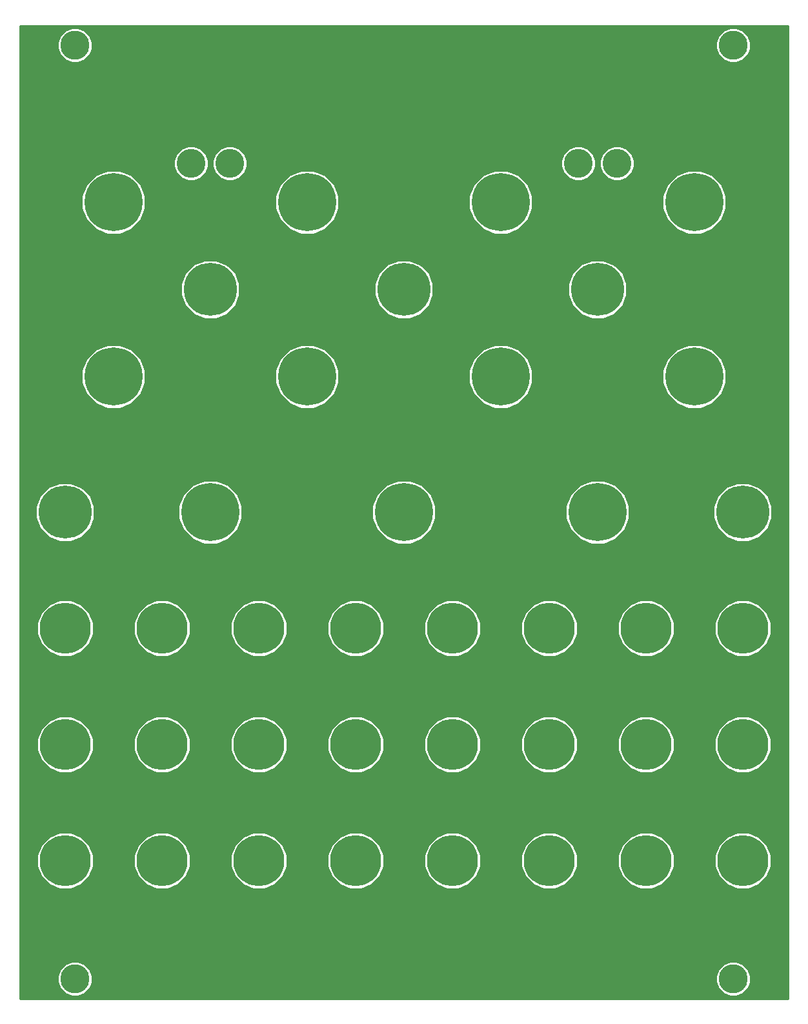
<source format=gbr>
G04 #@! TF.FileFunction,Copper,L2,Bot,Signal*
%FSLAX46Y46*%
G04 Gerber Fmt 4.6, Leading zero omitted, Abs format (unit mm)*
G04 Created by KiCad (PCBNEW 4.0.1-stable) date 10/15/2018 9:36:44 PM*
%MOMM*%
G01*
G04 APERTURE LIST*
%ADD10C,0.100000*%
%ADD11C,3.775000*%
%ADD12C,6.950000*%
%ADD13C,7.612000*%
%ADD14C,3.810000*%
%ADD15C,6.696000*%
%ADD16C,0.254000*%
G04 APERTURE END LIST*
D10*
D11*
X134620000Y-92710000D03*
X129540000Y-92710000D03*
X83820000Y-92710000D03*
D12*
X81280000Y-109220000D03*
X106680000Y-109220000D03*
X132080000Y-109220000D03*
X151130000Y-138430000D03*
D13*
X132080000Y-138430000D03*
X144780000Y-120650000D03*
X119380000Y-120650000D03*
X93980000Y-120650000D03*
X68580000Y-120650000D03*
X144780000Y-97790000D03*
X119380000Y-97790000D03*
X93980000Y-97790000D03*
X68580000Y-97790000D03*
X81280000Y-138430000D03*
D14*
X63500000Y-199644000D03*
X149860000Y-199644000D03*
X149860000Y-77216000D03*
D15*
X151130000Y-184150000D03*
X138430000Y-184150000D03*
X125730000Y-184150000D03*
X113030000Y-184150000D03*
X100330000Y-184150000D03*
X87630000Y-184150000D03*
X74930000Y-184150000D03*
X62230000Y-184150000D03*
X151130000Y-168910000D03*
X138430000Y-168910000D03*
X125730000Y-168910000D03*
X113030000Y-168910000D03*
X100330000Y-168910000D03*
X87630000Y-168910000D03*
X74930000Y-168910000D03*
X62230000Y-168910000D03*
X151130000Y-153670000D03*
X138430000Y-153670000D03*
X125730000Y-153670000D03*
X113030000Y-153670000D03*
X100330000Y-153670000D03*
X87630000Y-153670000D03*
X74930000Y-153670000D03*
X62230000Y-153670000D03*
D14*
X63500000Y-77216000D03*
D13*
X106680000Y-138430000D03*
D12*
X62230000Y-138430000D03*
D11*
X78740000Y-92710000D03*
D16*
G36*
X157024000Y-202236000D02*
X56336000Y-202236000D01*
X56336000Y-200096719D01*
X61213604Y-200096719D01*
X61560894Y-200937223D01*
X62203395Y-201580846D01*
X63043292Y-201929602D01*
X63952719Y-201930396D01*
X64793223Y-201583106D01*
X65436846Y-200940605D01*
X65785602Y-200100708D01*
X65785605Y-200096719D01*
X147573604Y-200096719D01*
X147920894Y-200937223D01*
X148563395Y-201580846D01*
X149403292Y-201929602D01*
X150312719Y-201930396D01*
X151153223Y-201583106D01*
X151796846Y-200940605D01*
X152145602Y-200100708D01*
X152146396Y-199191281D01*
X151799106Y-198350777D01*
X151156605Y-197707154D01*
X150316708Y-197358398D01*
X149407281Y-197357604D01*
X148566777Y-197704894D01*
X147923154Y-198347395D01*
X147574398Y-199187292D01*
X147573604Y-200096719D01*
X65785605Y-200096719D01*
X65786396Y-199191281D01*
X65439106Y-198350777D01*
X64796605Y-197707154D01*
X63956708Y-197358398D01*
X63047281Y-197357604D01*
X62206777Y-197704894D01*
X61563154Y-198347395D01*
X61214398Y-199187292D01*
X61213604Y-200096719D01*
X56336000Y-200096719D01*
X56336000Y-184888490D01*
X58500355Y-184888490D01*
X59066865Y-186259549D01*
X60114933Y-187309449D01*
X61485002Y-187878351D01*
X62968490Y-187879645D01*
X64339549Y-187313135D01*
X65389449Y-186265067D01*
X65958351Y-184894998D01*
X65958356Y-184888490D01*
X71200355Y-184888490D01*
X71766865Y-186259549D01*
X72814933Y-187309449D01*
X74185002Y-187878351D01*
X75668490Y-187879645D01*
X77039549Y-187313135D01*
X78089449Y-186265067D01*
X78658351Y-184894998D01*
X78658356Y-184888490D01*
X83900355Y-184888490D01*
X84466865Y-186259549D01*
X85514933Y-187309449D01*
X86885002Y-187878351D01*
X88368490Y-187879645D01*
X89739549Y-187313135D01*
X90789449Y-186265067D01*
X91358351Y-184894998D01*
X91358356Y-184888490D01*
X96600355Y-184888490D01*
X97166865Y-186259549D01*
X98214933Y-187309449D01*
X99585002Y-187878351D01*
X101068490Y-187879645D01*
X102439549Y-187313135D01*
X103489449Y-186265067D01*
X104058351Y-184894998D01*
X104058356Y-184888490D01*
X109300355Y-184888490D01*
X109866865Y-186259549D01*
X110914933Y-187309449D01*
X112285002Y-187878351D01*
X113768490Y-187879645D01*
X115139549Y-187313135D01*
X116189449Y-186265067D01*
X116758351Y-184894998D01*
X116758356Y-184888490D01*
X122000355Y-184888490D01*
X122566865Y-186259549D01*
X123614933Y-187309449D01*
X124985002Y-187878351D01*
X126468490Y-187879645D01*
X127839549Y-187313135D01*
X128889449Y-186265067D01*
X129458351Y-184894998D01*
X129458356Y-184888490D01*
X134700355Y-184888490D01*
X135266865Y-186259549D01*
X136314933Y-187309449D01*
X137685002Y-187878351D01*
X139168490Y-187879645D01*
X140539549Y-187313135D01*
X141589449Y-186265067D01*
X142158351Y-184894998D01*
X142158356Y-184888490D01*
X147400355Y-184888490D01*
X147966865Y-186259549D01*
X149014933Y-187309449D01*
X150385002Y-187878351D01*
X151868490Y-187879645D01*
X153239549Y-187313135D01*
X154289449Y-186265067D01*
X154858351Y-184894998D01*
X154859645Y-183411510D01*
X154293135Y-182040451D01*
X153245067Y-180990551D01*
X151874998Y-180421649D01*
X150391510Y-180420355D01*
X149020451Y-180986865D01*
X147970551Y-182034933D01*
X147401649Y-183405002D01*
X147400355Y-184888490D01*
X142158356Y-184888490D01*
X142159645Y-183411510D01*
X141593135Y-182040451D01*
X140545067Y-180990551D01*
X139174998Y-180421649D01*
X137691510Y-180420355D01*
X136320451Y-180986865D01*
X135270551Y-182034933D01*
X134701649Y-183405002D01*
X134700355Y-184888490D01*
X129458356Y-184888490D01*
X129459645Y-183411510D01*
X128893135Y-182040451D01*
X127845067Y-180990551D01*
X126474998Y-180421649D01*
X124991510Y-180420355D01*
X123620451Y-180986865D01*
X122570551Y-182034933D01*
X122001649Y-183405002D01*
X122000355Y-184888490D01*
X116758356Y-184888490D01*
X116759645Y-183411510D01*
X116193135Y-182040451D01*
X115145067Y-180990551D01*
X113774998Y-180421649D01*
X112291510Y-180420355D01*
X110920451Y-180986865D01*
X109870551Y-182034933D01*
X109301649Y-183405002D01*
X109300355Y-184888490D01*
X104058356Y-184888490D01*
X104059645Y-183411510D01*
X103493135Y-182040451D01*
X102445067Y-180990551D01*
X101074998Y-180421649D01*
X99591510Y-180420355D01*
X98220451Y-180986865D01*
X97170551Y-182034933D01*
X96601649Y-183405002D01*
X96600355Y-184888490D01*
X91358356Y-184888490D01*
X91359645Y-183411510D01*
X90793135Y-182040451D01*
X89745067Y-180990551D01*
X88374998Y-180421649D01*
X86891510Y-180420355D01*
X85520451Y-180986865D01*
X84470551Y-182034933D01*
X83901649Y-183405002D01*
X83900355Y-184888490D01*
X78658356Y-184888490D01*
X78659645Y-183411510D01*
X78093135Y-182040451D01*
X77045067Y-180990551D01*
X75674998Y-180421649D01*
X74191510Y-180420355D01*
X72820451Y-180986865D01*
X71770551Y-182034933D01*
X71201649Y-183405002D01*
X71200355Y-184888490D01*
X65958356Y-184888490D01*
X65959645Y-183411510D01*
X65393135Y-182040451D01*
X64345067Y-180990551D01*
X62974998Y-180421649D01*
X61491510Y-180420355D01*
X60120451Y-180986865D01*
X59070551Y-182034933D01*
X58501649Y-183405002D01*
X58500355Y-184888490D01*
X56336000Y-184888490D01*
X56336000Y-169648490D01*
X58500355Y-169648490D01*
X59066865Y-171019549D01*
X60114933Y-172069449D01*
X61485002Y-172638351D01*
X62968490Y-172639645D01*
X64339549Y-172073135D01*
X65389449Y-171025067D01*
X65958351Y-169654998D01*
X65958356Y-169648490D01*
X71200355Y-169648490D01*
X71766865Y-171019549D01*
X72814933Y-172069449D01*
X74185002Y-172638351D01*
X75668490Y-172639645D01*
X77039549Y-172073135D01*
X78089449Y-171025067D01*
X78658351Y-169654998D01*
X78658356Y-169648490D01*
X83900355Y-169648490D01*
X84466865Y-171019549D01*
X85514933Y-172069449D01*
X86885002Y-172638351D01*
X88368490Y-172639645D01*
X89739549Y-172073135D01*
X90789449Y-171025067D01*
X91358351Y-169654998D01*
X91358356Y-169648490D01*
X96600355Y-169648490D01*
X97166865Y-171019549D01*
X98214933Y-172069449D01*
X99585002Y-172638351D01*
X101068490Y-172639645D01*
X102439549Y-172073135D01*
X103489449Y-171025067D01*
X104058351Y-169654998D01*
X104058356Y-169648490D01*
X109300355Y-169648490D01*
X109866865Y-171019549D01*
X110914933Y-172069449D01*
X112285002Y-172638351D01*
X113768490Y-172639645D01*
X115139549Y-172073135D01*
X116189449Y-171025067D01*
X116758351Y-169654998D01*
X116758356Y-169648490D01*
X122000355Y-169648490D01*
X122566865Y-171019549D01*
X123614933Y-172069449D01*
X124985002Y-172638351D01*
X126468490Y-172639645D01*
X127839549Y-172073135D01*
X128889449Y-171025067D01*
X129458351Y-169654998D01*
X129458356Y-169648490D01*
X134700355Y-169648490D01*
X135266865Y-171019549D01*
X136314933Y-172069449D01*
X137685002Y-172638351D01*
X139168490Y-172639645D01*
X140539549Y-172073135D01*
X141589449Y-171025067D01*
X142158351Y-169654998D01*
X142158356Y-169648490D01*
X147400355Y-169648490D01*
X147966865Y-171019549D01*
X149014933Y-172069449D01*
X150385002Y-172638351D01*
X151868490Y-172639645D01*
X153239549Y-172073135D01*
X154289449Y-171025067D01*
X154858351Y-169654998D01*
X154859645Y-168171510D01*
X154293135Y-166800451D01*
X153245067Y-165750551D01*
X151874998Y-165181649D01*
X150391510Y-165180355D01*
X149020451Y-165746865D01*
X147970551Y-166794933D01*
X147401649Y-168165002D01*
X147400355Y-169648490D01*
X142158356Y-169648490D01*
X142159645Y-168171510D01*
X141593135Y-166800451D01*
X140545067Y-165750551D01*
X139174998Y-165181649D01*
X137691510Y-165180355D01*
X136320451Y-165746865D01*
X135270551Y-166794933D01*
X134701649Y-168165002D01*
X134700355Y-169648490D01*
X129458356Y-169648490D01*
X129459645Y-168171510D01*
X128893135Y-166800451D01*
X127845067Y-165750551D01*
X126474998Y-165181649D01*
X124991510Y-165180355D01*
X123620451Y-165746865D01*
X122570551Y-166794933D01*
X122001649Y-168165002D01*
X122000355Y-169648490D01*
X116758356Y-169648490D01*
X116759645Y-168171510D01*
X116193135Y-166800451D01*
X115145067Y-165750551D01*
X113774998Y-165181649D01*
X112291510Y-165180355D01*
X110920451Y-165746865D01*
X109870551Y-166794933D01*
X109301649Y-168165002D01*
X109300355Y-169648490D01*
X104058356Y-169648490D01*
X104059645Y-168171510D01*
X103493135Y-166800451D01*
X102445067Y-165750551D01*
X101074998Y-165181649D01*
X99591510Y-165180355D01*
X98220451Y-165746865D01*
X97170551Y-166794933D01*
X96601649Y-168165002D01*
X96600355Y-169648490D01*
X91358356Y-169648490D01*
X91359645Y-168171510D01*
X90793135Y-166800451D01*
X89745067Y-165750551D01*
X88374998Y-165181649D01*
X86891510Y-165180355D01*
X85520451Y-165746865D01*
X84470551Y-166794933D01*
X83901649Y-168165002D01*
X83900355Y-169648490D01*
X78658356Y-169648490D01*
X78659645Y-168171510D01*
X78093135Y-166800451D01*
X77045067Y-165750551D01*
X75674998Y-165181649D01*
X74191510Y-165180355D01*
X72820451Y-165746865D01*
X71770551Y-166794933D01*
X71201649Y-168165002D01*
X71200355Y-169648490D01*
X65958356Y-169648490D01*
X65959645Y-168171510D01*
X65393135Y-166800451D01*
X64345067Y-165750551D01*
X62974998Y-165181649D01*
X61491510Y-165180355D01*
X60120451Y-165746865D01*
X59070551Y-166794933D01*
X58501649Y-168165002D01*
X58500355Y-169648490D01*
X56336000Y-169648490D01*
X56336000Y-154408490D01*
X58500355Y-154408490D01*
X59066865Y-155779549D01*
X60114933Y-156829449D01*
X61485002Y-157398351D01*
X62968490Y-157399645D01*
X64339549Y-156833135D01*
X65389449Y-155785067D01*
X65958351Y-154414998D01*
X65958356Y-154408490D01*
X71200355Y-154408490D01*
X71766865Y-155779549D01*
X72814933Y-156829449D01*
X74185002Y-157398351D01*
X75668490Y-157399645D01*
X77039549Y-156833135D01*
X78089449Y-155785067D01*
X78658351Y-154414998D01*
X78658356Y-154408490D01*
X83900355Y-154408490D01*
X84466865Y-155779549D01*
X85514933Y-156829449D01*
X86885002Y-157398351D01*
X88368490Y-157399645D01*
X89739549Y-156833135D01*
X90789449Y-155785067D01*
X91358351Y-154414998D01*
X91358356Y-154408490D01*
X96600355Y-154408490D01*
X97166865Y-155779549D01*
X98214933Y-156829449D01*
X99585002Y-157398351D01*
X101068490Y-157399645D01*
X102439549Y-156833135D01*
X103489449Y-155785067D01*
X104058351Y-154414998D01*
X104058356Y-154408490D01*
X109300355Y-154408490D01*
X109866865Y-155779549D01*
X110914933Y-156829449D01*
X112285002Y-157398351D01*
X113768490Y-157399645D01*
X115139549Y-156833135D01*
X116189449Y-155785067D01*
X116758351Y-154414998D01*
X116758356Y-154408490D01*
X122000355Y-154408490D01*
X122566865Y-155779549D01*
X123614933Y-156829449D01*
X124985002Y-157398351D01*
X126468490Y-157399645D01*
X127839549Y-156833135D01*
X128889449Y-155785067D01*
X129458351Y-154414998D01*
X129458356Y-154408490D01*
X134700355Y-154408490D01*
X135266865Y-155779549D01*
X136314933Y-156829449D01*
X137685002Y-157398351D01*
X139168490Y-157399645D01*
X140539549Y-156833135D01*
X141589449Y-155785067D01*
X142158351Y-154414998D01*
X142158356Y-154408490D01*
X147400355Y-154408490D01*
X147966865Y-155779549D01*
X149014933Y-156829449D01*
X150385002Y-157398351D01*
X151868490Y-157399645D01*
X153239549Y-156833135D01*
X154289449Y-155785067D01*
X154858351Y-154414998D01*
X154859645Y-152931510D01*
X154293135Y-151560451D01*
X153245067Y-150510551D01*
X151874998Y-149941649D01*
X150391510Y-149940355D01*
X149020451Y-150506865D01*
X147970551Y-151554933D01*
X147401649Y-152925002D01*
X147400355Y-154408490D01*
X142158356Y-154408490D01*
X142159645Y-152931510D01*
X141593135Y-151560451D01*
X140545067Y-150510551D01*
X139174998Y-149941649D01*
X137691510Y-149940355D01*
X136320451Y-150506865D01*
X135270551Y-151554933D01*
X134701649Y-152925002D01*
X134700355Y-154408490D01*
X129458356Y-154408490D01*
X129459645Y-152931510D01*
X128893135Y-151560451D01*
X127845067Y-150510551D01*
X126474998Y-149941649D01*
X124991510Y-149940355D01*
X123620451Y-150506865D01*
X122570551Y-151554933D01*
X122001649Y-152925002D01*
X122000355Y-154408490D01*
X116758356Y-154408490D01*
X116759645Y-152931510D01*
X116193135Y-151560451D01*
X115145067Y-150510551D01*
X113774998Y-149941649D01*
X112291510Y-149940355D01*
X110920451Y-150506865D01*
X109870551Y-151554933D01*
X109301649Y-152925002D01*
X109300355Y-154408490D01*
X104058356Y-154408490D01*
X104059645Y-152931510D01*
X103493135Y-151560451D01*
X102445067Y-150510551D01*
X101074998Y-149941649D01*
X99591510Y-149940355D01*
X98220451Y-150506865D01*
X97170551Y-151554933D01*
X96601649Y-152925002D01*
X96600355Y-154408490D01*
X91358356Y-154408490D01*
X91359645Y-152931510D01*
X90793135Y-151560451D01*
X89745067Y-150510551D01*
X88374998Y-149941649D01*
X86891510Y-149940355D01*
X85520451Y-150506865D01*
X84470551Y-151554933D01*
X83901649Y-152925002D01*
X83900355Y-154408490D01*
X78658356Y-154408490D01*
X78659645Y-152931510D01*
X78093135Y-151560451D01*
X77045067Y-150510551D01*
X75674998Y-149941649D01*
X74191510Y-149940355D01*
X72820451Y-150506865D01*
X71770551Y-151554933D01*
X71201649Y-152925002D01*
X71200355Y-154408490D01*
X65958356Y-154408490D01*
X65959645Y-152931510D01*
X65393135Y-151560451D01*
X64345067Y-150510551D01*
X62974998Y-149941649D01*
X61491510Y-149940355D01*
X60120451Y-150506865D01*
X59070551Y-151554933D01*
X58501649Y-152925002D01*
X58500355Y-154408490D01*
X56336000Y-154408490D01*
X56336000Y-139193641D01*
X58373332Y-139193641D01*
X58959136Y-140611395D01*
X60042899Y-141697052D01*
X61459629Y-142285330D01*
X62993641Y-142286668D01*
X64411395Y-141700864D01*
X65497052Y-140617101D01*
X66060905Y-139259192D01*
X77092275Y-139259192D01*
X77728365Y-140798646D01*
X78905158Y-141977496D01*
X80443500Y-142616271D01*
X82109192Y-142617725D01*
X83648646Y-141981635D01*
X84827496Y-140804842D01*
X85466271Y-139266500D01*
X85466277Y-139259192D01*
X102492275Y-139259192D01*
X103128365Y-140798646D01*
X104305158Y-141977496D01*
X105843500Y-142616271D01*
X107509192Y-142617725D01*
X109048646Y-141981635D01*
X110227496Y-140804842D01*
X110866271Y-139266500D01*
X110866277Y-139259192D01*
X127892275Y-139259192D01*
X128528365Y-140798646D01*
X129705158Y-141977496D01*
X131243500Y-142616271D01*
X132909192Y-142617725D01*
X134448646Y-141981635D01*
X135627496Y-140804842D01*
X136266271Y-139266500D01*
X136266334Y-139193641D01*
X147273332Y-139193641D01*
X147859136Y-140611395D01*
X148942899Y-141697052D01*
X150359629Y-142285330D01*
X151893641Y-142286668D01*
X153311395Y-141700864D01*
X154397052Y-140617101D01*
X154985330Y-139200371D01*
X154986668Y-137666359D01*
X154400864Y-136248605D01*
X153317101Y-135162948D01*
X151900371Y-134574670D01*
X150366359Y-134573332D01*
X148948605Y-135159136D01*
X147862948Y-136242899D01*
X147274670Y-137659629D01*
X147273332Y-139193641D01*
X136266334Y-139193641D01*
X136267725Y-137600808D01*
X135631635Y-136061354D01*
X134454842Y-134882504D01*
X132916500Y-134243729D01*
X131250808Y-134242275D01*
X129711354Y-134878365D01*
X128532504Y-136055158D01*
X127893729Y-137593500D01*
X127892275Y-139259192D01*
X110866277Y-139259192D01*
X110867725Y-137600808D01*
X110231635Y-136061354D01*
X109054842Y-134882504D01*
X107516500Y-134243729D01*
X105850808Y-134242275D01*
X104311354Y-134878365D01*
X103132504Y-136055158D01*
X102493729Y-137593500D01*
X102492275Y-139259192D01*
X85466277Y-139259192D01*
X85467725Y-137600808D01*
X84831635Y-136061354D01*
X83654842Y-134882504D01*
X82116500Y-134243729D01*
X80450808Y-134242275D01*
X78911354Y-134878365D01*
X77732504Y-136055158D01*
X77093729Y-137593500D01*
X77092275Y-139259192D01*
X66060905Y-139259192D01*
X66085330Y-139200371D01*
X66086668Y-137666359D01*
X65500864Y-136248605D01*
X64417101Y-135162948D01*
X63000371Y-134574670D01*
X61466359Y-134573332D01*
X60048605Y-135159136D01*
X58962948Y-136242899D01*
X58374670Y-137659629D01*
X58373332Y-139193641D01*
X56336000Y-139193641D01*
X56336000Y-121479192D01*
X64392275Y-121479192D01*
X65028365Y-123018646D01*
X66205158Y-124197496D01*
X67743500Y-124836271D01*
X69409192Y-124837725D01*
X70948646Y-124201635D01*
X72127496Y-123024842D01*
X72766271Y-121486500D01*
X72766277Y-121479192D01*
X89792275Y-121479192D01*
X90428365Y-123018646D01*
X91605158Y-124197496D01*
X93143500Y-124836271D01*
X94809192Y-124837725D01*
X96348646Y-124201635D01*
X97527496Y-123024842D01*
X98166271Y-121486500D01*
X98166277Y-121479192D01*
X115192275Y-121479192D01*
X115828365Y-123018646D01*
X117005158Y-124197496D01*
X118543500Y-124836271D01*
X120209192Y-124837725D01*
X121748646Y-124201635D01*
X122927496Y-123024842D01*
X123566271Y-121486500D01*
X123566277Y-121479192D01*
X140592275Y-121479192D01*
X141228365Y-123018646D01*
X142405158Y-124197496D01*
X143943500Y-124836271D01*
X145609192Y-124837725D01*
X147148646Y-124201635D01*
X148327496Y-123024842D01*
X148966271Y-121486500D01*
X148967725Y-119820808D01*
X148331635Y-118281354D01*
X147154842Y-117102504D01*
X145616500Y-116463729D01*
X143950808Y-116462275D01*
X142411354Y-117098365D01*
X141232504Y-118275158D01*
X140593729Y-119813500D01*
X140592275Y-121479192D01*
X123566277Y-121479192D01*
X123567725Y-119820808D01*
X122931635Y-118281354D01*
X121754842Y-117102504D01*
X120216500Y-116463729D01*
X118550808Y-116462275D01*
X117011354Y-117098365D01*
X115832504Y-118275158D01*
X115193729Y-119813500D01*
X115192275Y-121479192D01*
X98166277Y-121479192D01*
X98167725Y-119820808D01*
X97531635Y-118281354D01*
X96354842Y-117102504D01*
X94816500Y-116463729D01*
X93150808Y-116462275D01*
X91611354Y-117098365D01*
X90432504Y-118275158D01*
X89793729Y-119813500D01*
X89792275Y-121479192D01*
X72766277Y-121479192D01*
X72767725Y-119820808D01*
X72131635Y-118281354D01*
X70954842Y-117102504D01*
X69416500Y-116463729D01*
X67750808Y-116462275D01*
X66211354Y-117098365D01*
X65032504Y-118275158D01*
X64393729Y-119813500D01*
X64392275Y-121479192D01*
X56336000Y-121479192D01*
X56336000Y-109983641D01*
X77423332Y-109983641D01*
X78009136Y-111401395D01*
X79092899Y-112487052D01*
X80509629Y-113075330D01*
X82043641Y-113076668D01*
X83461395Y-112490864D01*
X84547052Y-111407101D01*
X85135330Y-109990371D01*
X85135335Y-109983641D01*
X102823332Y-109983641D01*
X103409136Y-111401395D01*
X104492899Y-112487052D01*
X105909629Y-113075330D01*
X107443641Y-113076668D01*
X108861395Y-112490864D01*
X109947052Y-111407101D01*
X110535330Y-109990371D01*
X110535335Y-109983641D01*
X128223332Y-109983641D01*
X128809136Y-111401395D01*
X129892899Y-112487052D01*
X131309629Y-113075330D01*
X132843641Y-113076668D01*
X134261395Y-112490864D01*
X135347052Y-111407101D01*
X135935330Y-109990371D01*
X135936668Y-108456359D01*
X135350864Y-107038605D01*
X134267101Y-105952948D01*
X132850371Y-105364670D01*
X131316359Y-105363332D01*
X129898605Y-105949136D01*
X128812948Y-107032899D01*
X128224670Y-108449629D01*
X128223332Y-109983641D01*
X110535335Y-109983641D01*
X110536668Y-108456359D01*
X109950864Y-107038605D01*
X108867101Y-105952948D01*
X107450371Y-105364670D01*
X105916359Y-105363332D01*
X104498605Y-105949136D01*
X103412948Y-107032899D01*
X102824670Y-108449629D01*
X102823332Y-109983641D01*
X85135335Y-109983641D01*
X85136668Y-108456359D01*
X84550864Y-107038605D01*
X83467101Y-105952948D01*
X82050371Y-105364670D01*
X80516359Y-105363332D01*
X79098605Y-105949136D01*
X78012948Y-107032899D01*
X77424670Y-108449629D01*
X77423332Y-109983641D01*
X56336000Y-109983641D01*
X56336000Y-98619192D01*
X64392275Y-98619192D01*
X65028365Y-100158646D01*
X66205158Y-101337496D01*
X67743500Y-101976271D01*
X69409192Y-101977725D01*
X70948646Y-101341635D01*
X72127496Y-100164842D01*
X72766271Y-98626500D01*
X72766277Y-98619192D01*
X89792275Y-98619192D01*
X90428365Y-100158646D01*
X91605158Y-101337496D01*
X93143500Y-101976271D01*
X94809192Y-101977725D01*
X96348646Y-101341635D01*
X97527496Y-100164842D01*
X98166271Y-98626500D01*
X98166277Y-98619192D01*
X115192275Y-98619192D01*
X115828365Y-100158646D01*
X117005158Y-101337496D01*
X118543500Y-101976271D01*
X120209192Y-101977725D01*
X121748646Y-101341635D01*
X122927496Y-100164842D01*
X123566271Y-98626500D01*
X123566277Y-98619192D01*
X140592275Y-98619192D01*
X141228365Y-100158646D01*
X142405158Y-101337496D01*
X143943500Y-101976271D01*
X145609192Y-101977725D01*
X147148646Y-101341635D01*
X148327496Y-100164842D01*
X148966271Y-98626500D01*
X148967725Y-96960808D01*
X148331635Y-95421354D01*
X147154842Y-94242504D01*
X145616500Y-93603729D01*
X143950808Y-93602275D01*
X142411354Y-94238365D01*
X141232504Y-95415158D01*
X140593729Y-96953500D01*
X140592275Y-98619192D01*
X123566277Y-98619192D01*
X123567725Y-96960808D01*
X122931635Y-95421354D01*
X121754842Y-94242504D01*
X120216500Y-93603729D01*
X118550808Y-93602275D01*
X117011354Y-94238365D01*
X115832504Y-95415158D01*
X115193729Y-96953500D01*
X115192275Y-98619192D01*
X98166277Y-98619192D01*
X98167725Y-96960808D01*
X97531635Y-95421354D01*
X96354842Y-94242504D01*
X94816500Y-93603729D01*
X93150808Y-93602275D01*
X91611354Y-94238365D01*
X90432504Y-95415158D01*
X89793729Y-96953500D01*
X89792275Y-98619192D01*
X72766277Y-98619192D01*
X72767725Y-96960808D01*
X72131635Y-95421354D01*
X70954842Y-94242504D01*
X69416500Y-93603729D01*
X67750808Y-93602275D01*
X66211354Y-94238365D01*
X65032504Y-95415158D01*
X64393729Y-96953500D01*
X64392275Y-98619192D01*
X56336000Y-98619192D01*
X56336000Y-93159253D01*
X76471107Y-93159253D01*
X76815738Y-93993324D01*
X77453320Y-94632020D01*
X78286788Y-94978106D01*
X79189253Y-94978893D01*
X80023324Y-94634262D01*
X80662020Y-93996680D01*
X81008106Y-93163212D01*
X81008109Y-93159253D01*
X81551107Y-93159253D01*
X81895738Y-93993324D01*
X82533320Y-94632020D01*
X83366788Y-94978106D01*
X84269253Y-94978893D01*
X85103324Y-94634262D01*
X85742020Y-93996680D01*
X86088106Y-93163212D01*
X86088109Y-93159253D01*
X127271107Y-93159253D01*
X127615738Y-93993324D01*
X128253320Y-94632020D01*
X129086788Y-94978106D01*
X129989253Y-94978893D01*
X130823324Y-94634262D01*
X131462020Y-93996680D01*
X131808106Y-93163212D01*
X131808109Y-93159253D01*
X132351107Y-93159253D01*
X132695738Y-93993324D01*
X133333320Y-94632020D01*
X134166788Y-94978106D01*
X135069253Y-94978893D01*
X135903324Y-94634262D01*
X136542020Y-93996680D01*
X136888106Y-93163212D01*
X136888893Y-92260747D01*
X136544262Y-91426676D01*
X135906680Y-90787980D01*
X135073212Y-90441894D01*
X134170747Y-90441107D01*
X133336676Y-90785738D01*
X132697980Y-91423320D01*
X132351894Y-92256788D01*
X132351107Y-93159253D01*
X131808109Y-93159253D01*
X131808893Y-92260747D01*
X131464262Y-91426676D01*
X130826680Y-90787980D01*
X129993212Y-90441894D01*
X129090747Y-90441107D01*
X128256676Y-90785738D01*
X127617980Y-91423320D01*
X127271894Y-92256788D01*
X127271107Y-93159253D01*
X86088109Y-93159253D01*
X86088893Y-92260747D01*
X85744262Y-91426676D01*
X85106680Y-90787980D01*
X84273212Y-90441894D01*
X83370747Y-90441107D01*
X82536676Y-90785738D01*
X81897980Y-91423320D01*
X81551894Y-92256788D01*
X81551107Y-93159253D01*
X81008109Y-93159253D01*
X81008893Y-92260747D01*
X80664262Y-91426676D01*
X80026680Y-90787980D01*
X79193212Y-90441894D01*
X78290747Y-90441107D01*
X77456676Y-90785738D01*
X76817980Y-91423320D01*
X76471894Y-92256788D01*
X76471107Y-93159253D01*
X56336000Y-93159253D01*
X56336000Y-77668719D01*
X61213604Y-77668719D01*
X61560894Y-78509223D01*
X62203395Y-79152846D01*
X63043292Y-79501602D01*
X63952719Y-79502396D01*
X64793223Y-79155106D01*
X65436846Y-78512605D01*
X65785602Y-77672708D01*
X65785605Y-77668719D01*
X147573604Y-77668719D01*
X147920894Y-78509223D01*
X148563395Y-79152846D01*
X149403292Y-79501602D01*
X150312719Y-79502396D01*
X151153223Y-79155106D01*
X151796846Y-78512605D01*
X152145602Y-77672708D01*
X152146396Y-76763281D01*
X151799106Y-75922777D01*
X151156605Y-75279154D01*
X150316708Y-74930398D01*
X149407281Y-74929604D01*
X148566777Y-75276894D01*
X147923154Y-75919395D01*
X147574398Y-76759292D01*
X147573604Y-77668719D01*
X65785605Y-77668719D01*
X65786396Y-76763281D01*
X65439106Y-75922777D01*
X64796605Y-75279154D01*
X63956708Y-74930398D01*
X63047281Y-74929604D01*
X62206777Y-75276894D01*
X61563154Y-75919395D01*
X61214398Y-76759292D01*
X61213604Y-77668719D01*
X56336000Y-77668719D01*
X56336000Y-74624000D01*
X157024000Y-74624000D01*
X157024000Y-202236000D01*
X157024000Y-202236000D01*
G37*
X157024000Y-202236000D02*
X56336000Y-202236000D01*
X56336000Y-200096719D01*
X61213604Y-200096719D01*
X61560894Y-200937223D01*
X62203395Y-201580846D01*
X63043292Y-201929602D01*
X63952719Y-201930396D01*
X64793223Y-201583106D01*
X65436846Y-200940605D01*
X65785602Y-200100708D01*
X65785605Y-200096719D01*
X147573604Y-200096719D01*
X147920894Y-200937223D01*
X148563395Y-201580846D01*
X149403292Y-201929602D01*
X150312719Y-201930396D01*
X151153223Y-201583106D01*
X151796846Y-200940605D01*
X152145602Y-200100708D01*
X152146396Y-199191281D01*
X151799106Y-198350777D01*
X151156605Y-197707154D01*
X150316708Y-197358398D01*
X149407281Y-197357604D01*
X148566777Y-197704894D01*
X147923154Y-198347395D01*
X147574398Y-199187292D01*
X147573604Y-200096719D01*
X65785605Y-200096719D01*
X65786396Y-199191281D01*
X65439106Y-198350777D01*
X64796605Y-197707154D01*
X63956708Y-197358398D01*
X63047281Y-197357604D01*
X62206777Y-197704894D01*
X61563154Y-198347395D01*
X61214398Y-199187292D01*
X61213604Y-200096719D01*
X56336000Y-200096719D01*
X56336000Y-184888490D01*
X58500355Y-184888490D01*
X59066865Y-186259549D01*
X60114933Y-187309449D01*
X61485002Y-187878351D01*
X62968490Y-187879645D01*
X64339549Y-187313135D01*
X65389449Y-186265067D01*
X65958351Y-184894998D01*
X65958356Y-184888490D01*
X71200355Y-184888490D01*
X71766865Y-186259549D01*
X72814933Y-187309449D01*
X74185002Y-187878351D01*
X75668490Y-187879645D01*
X77039549Y-187313135D01*
X78089449Y-186265067D01*
X78658351Y-184894998D01*
X78658356Y-184888490D01*
X83900355Y-184888490D01*
X84466865Y-186259549D01*
X85514933Y-187309449D01*
X86885002Y-187878351D01*
X88368490Y-187879645D01*
X89739549Y-187313135D01*
X90789449Y-186265067D01*
X91358351Y-184894998D01*
X91358356Y-184888490D01*
X96600355Y-184888490D01*
X97166865Y-186259549D01*
X98214933Y-187309449D01*
X99585002Y-187878351D01*
X101068490Y-187879645D01*
X102439549Y-187313135D01*
X103489449Y-186265067D01*
X104058351Y-184894998D01*
X104058356Y-184888490D01*
X109300355Y-184888490D01*
X109866865Y-186259549D01*
X110914933Y-187309449D01*
X112285002Y-187878351D01*
X113768490Y-187879645D01*
X115139549Y-187313135D01*
X116189449Y-186265067D01*
X116758351Y-184894998D01*
X116758356Y-184888490D01*
X122000355Y-184888490D01*
X122566865Y-186259549D01*
X123614933Y-187309449D01*
X124985002Y-187878351D01*
X126468490Y-187879645D01*
X127839549Y-187313135D01*
X128889449Y-186265067D01*
X129458351Y-184894998D01*
X129458356Y-184888490D01*
X134700355Y-184888490D01*
X135266865Y-186259549D01*
X136314933Y-187309449D01*
X137685002Y-187878351D01*
X139168490Y-187879645D01*
X140539549Y-187313135D01*
X141589449Y-186265067D01*
X142158351Y-184894998D01*
X142158356Y-184888490D01*
X147400355Y-184888490D01*
X147966865Y-186259549D01*
X149014933Y-187309449D01*
X150385002Y-187878351D01*
X151868490Y-187879645D01*
X153239549Y-187313135D01*
X154289449Y-186265067D01*
X154858351Y-184894998D01*
X154859645Y-183411510D01*
X154293135Y-182040451D01*
X153245067Y-180990551D01*
X151874998Y-180421649D01*
X150391510Y-180420355D01*
X149020451Y-180986865D01*
X147970551Y-182034933D01*
X147401649Y-183405002D01*
X147400355Y-184888490D01*
X142158356Y-184888490D01*
X142159645Y-183411510D01*
X141593135Y-182040451D01*
X140545067Y-180990551D01*
X139174998Y-180421649D01*
X137691510Y-180420355D01*
X136320451Y-180986865D01*
X135270551Y-182034933D01*
X134701649Y-183405002D01*
X134700355Y-184888490D01*
X129458356Y-184888490D01*
X129459645Y-183411510D01*
X128893135Y-182040451D01*
X127845067Y-180990551D01*
X126474998Y-180421649D01*
X124991510Y-180420355D01*
X123620451Y-180986865D01*
X122570551Y-182034933D01*
X122001649Y-183405002D01*
X122000355Y-184888490D01*
X116758356Y-184888490D01*
X116759645Y-183411510D01*
X116193135Y-182040451D01*
X115145067Y-180990551D01*
X113774998Y-180421649D01*
X112291510Y-180420355D01*
X110920451Y-180986865D01*
X109870551Y-182034933D01*
X109301649Y-183405002D01*
X109300355Y-184888490D01*
X104058356Y-184888490D01*
X104059645Y-183411510D01*
X103493135Y-182040451D01*
X102445067Y-180990551D01*
X101074998Y-180421649D01*
X99591510Y-180420355D01*
X98220451Y-180986865D01*
X97170551Y-182034933D01*
X96601649Y-183405002D01*
X96600355Y-184888490D01*
X91358356Y-184888490D01*
X91359645Y-183411510D01*
X90793135Y-182040451D01*
X89745067Y-180990551D01*
X88374998Y-180421649D01*
X86891510Y-180420355D01*
X85520451Y-180986865D01*
X84470551Y-182034933D01*
X83901649Y-183405002D01*
X83900355Y-184888490D01*
X78658356Y-184888490D01*
X78659645Y-183411510D01*
X78093135Y-182040451D01*
X77045067Y-180990551D01*
X75674998Y-180421649D01*
X74191510Y-180420355D01*
X72820451Y-180986865D01*
X71770551Y-182034933D01*
X71201649Y-183405002D01*
X71200355Y-184888490D01*
X65958356Y-184888490D01*
X65959645Y-183411510D01*
X65393135Y-182040451D01*
X64345067Y-180990551D01*
X62974998Y-180421649D01*
X61491510Y-180420355D01*
X60120451Y-180986865D01*
X59070551Y-182034933D01*
X58501649Y-183405002D01*
X58500355Y-184888490D01*
X56336000Y-184888490D01*
X56336000Y-169648490D01*
X58500355Y-169648490D01*
X59066865Y-171019549D01*
X60114933Y-172069449D01*
X61485002Y-172638351D01*
X62968490Y-172639645D01*
X64339549Y-172073135D01*
X65389449Y-171025067D01*
X65958351Y-169654998D01*
X65958356Y-169648490D01*
X71200355Y-169648490D01*
X71766865Y-171019549D01*
X72814933Y-172069449D01*
X74185002Y-172638351D01*
X75668490Y-172639645D01*
X77039549Y-172073135D01*
X78089449Y-171025067D01*
X78658351Y-169654998D01*
X78658356Y-169648490D01*
X83900355Y-169648490D01*
X84466865Y-171019549D01*
X85514933Y-172069449D01*
X86885002Y-172638351D01*
X88368490Y-172639645D01*
X89739549Y-172073135D01*
X90789449Y-171025067D01*
X91358351Y-169654998D01*
X91358356Y-169648490D01*
X96600355Y-169648490D01*
X97166865Y-171019549D01*
X98214933Y-172069449D01*
X99585002Y-172638351D01*
X101068490Y-172639645D01*
X102439549Y-172073135D01*
X103489449Y-171025067D01*
X104058351Y-169654998D01*
X104058356Y-169648490D01*
X109300355Y-169648490D01*
X109866865Y-171019549D01*
X110914933Y-172069449D01*
X112285002Y-172638351D01*
X113768490Y-172639645D01*
X115139549Y-172073135D01*
X116189449Y-171025067D01*
X116758351Y-169654998D01*
X116758356Y-169648490D01*
X122000355Y-169648490D01*
X122566865Y-171019549D01*
X123614933Y-172069449D01*
X124985002Y-172638351D01*
X126468490Y-172639645D01*
X127839549Y-172073135D01*
X128889449Y-171025067D01*
X129458351Y-169654998D01*
X129458356Y-169648490D01*
X134700355Y-169648490D01*
X135266865Y-171019549D01*
X136314933Y-172069449D01*
X137685002Y-172638351D01*
X139168490Y-172639645D01*
X140539549Y-172073135D01*
X141589449Y-171025067D01*
X142158351Y-169654998D01*
X142158356Y-169648490D01*
X147400355Y-169648490D01*
X147966865Y-171019549D01*
X149014933Y-172069449D01*
X150385002Y-172638351D01*
X151868490Y-172639645D01*
X153239549Y-172073135D01*
X154289449Y-171025067D01*
X154858351Y-169654998D01*
X154859645Y-168171510D01*
X154293135Y-166800451D01*
X153245067Y-165750551D01*
X151874998Y-165181649D01*
X150391510Y-165180355D01*
X149020451Y-165746865D01*
X147970551Y-166794933D01*
X147401649Y-168165002D01*
X147400355Y-169648490D01*
X142158356Y-169648490D01*
X142159645Y-168171510D01*
X141593135Y-166800451D01*
X140545067Y-165750551D01*
X139174998Y-165181649D01*
X137691510Y-165180355D01*
X136320451Y-165746865D01*
X135270551Y-166794933D01*
X134701649Y-168165002D01*
X134700355Y-169648490D01*
X129458356Y-169648490D01*
X129459645Y-168171510D01*
X128893135Y-166800451D01*
X127845067Y-165750551D01*
X126474998Y-165181649D01*
X124991510Y-165180355D01*
X123620451Y-165746865D01*
X122570551Y-166794933D01*
X122001649Y-168165002D01*
X122000355Y-169648490D01*
X116758356Y-169648490D01*
X116759645Y-168171510D01*
X116193135Y-166800451D01*
X115145067Y-165750551D01*
X113774998Y-165181649D01*
X112291510Y-165180355D01*
X110920451Y-165746865D01*
X109870551Y-166794933D01*
X109301649Y-168165002D01*
X109300355Y-169648490D01*
X104058356Y-169648490D01*
X104059645Y-168171510D01*
X103493135Y-166800451D01*
X102445067Y-165750551D01*
X101074998Y-165181649D01*
X99591510Y-165180355D01*
X98220451Y-165746865D01*
X97170551Y-166794933D01*
X96601649Y-168165002D01*
X96600355Y-169648490D01*
X91358356Y-169648490D01*
X91359645Y-168171510D01*
X90793135Y-166800451D01*
X89745067Y-165750551D01*
X88374998Y-165181649D01*
X86891510Y-165180355D01*
X85520451Y-165746865D01*
X84470551Y-166794933D01*
X83901649Y-168165002D01*
X83900355Y-169648490D01*
X78658356Y-169648490D01*
X78659645Y-168171510D01*
X78093135Y-166800451D01*
X77045067Y-165750551D01*
X75674998Y-165181649D01*
X74191510Y-165180355D01*
X72820451Y-165746865D01*
X71770551Y-166794933D01*
X71201649Y-168165002D01*
X71200355Y-169648490D01*
X65958356Y-169648490D01*
X65959645Y-168171510D01*
X65393135Y-166800451D01*
X64345067Y-165750551D01*
X62974998Y-165181649D01*
X61491510Y-165180355D01*
X60120451Y-165746865D01*
X59070551Y-166794933D01*
X58501649Y-168165002D01*
X58500355Y-169648490D01*
X56336000Y-169648490D01*
X56336000Y-154408490D01*
X58500355Y-154408490D01*
X59066865Y-155779549D01*
X60114933Y-156829449D01*
X61485002Y-157398351D01*
X62968490Y-157399645D01*
X64339549Y-156833135D01*
X65389449Y-155785067D01*
X65958351Y-154414998D01*
X65958356Y-154408490D01*
X71200355Y-154408490D01*
X71766865Y-155779549D01*
X72814933Y-156829449D01*
X74185002Y-157398351D01*
X75668490Y-157399645D01*
X77039549Y-156833135D01*
X78089449Y-155785067D01*
X78658351Y-154414998D01*
X78658356Y-154408490D01*
X83900355Y-154408490D01*
X84466865Y-155779549D01*
X85514933Y-156829449D01*
X86885002Y-157398351D01*
X88368490Y-157399645D01*
X89739549Y-156833135D01*
X90789449Y-155785067D01*
X91358351Y-154414998D01*
X91358356Y-154408490D01*
X96600355Y-154408490D01*
X97166865Y-155779549D01*
X98214933Y-156829449D01*
X99585002Y-157398351D01*
X101068490Y-157399645D01*
X102439549Y-156833135D01*
X103489449Y-155785067D01*
X104058351Y-154414998D01*
X104058356Y-154408490D01*
X109300355Y-154408490D01*
X109866865Y-155779549D01*
X110914933Y-156829449D01*
X112285002Y-157398351D01*
X113768490Y-157399645D01*
X115139549Y-156833135D01*
X116189449Y-155785067D01*
X116758351Y-154414998D01*
X116758356Y-154408490D01*
X122000355Y-154408490D01*
X122566865Y-155779549D01*
X123614933Y-156829449D01*
X124985002Y-157398351D01*
X126468490Y-157399645D01*
X127839549Y-156833135D01*
X128889449Y-155785067D01*
X129458351Y-154414998D01*
X129458356Y-154408490D01*
X134700355Y-154408490D01*
X135266865Y-155779549D01*
X136314933Y-156829449D01*
X137685002Y-157398351D01*
X139168490Y-157399645D01*
X140539549Y-156833135D01*
X141589449Y-155785067D01*
X142158351Y-154414998D01*
X142158356Y-154408490D01*
X147400355Y-154408490D01*
X147966865Y-155779549D01*
X149014933Y-156829449D01*
X150385002Y-157398351D01*
X151868490Y-157399645D01*
X153239549Y-156833135D01*
X154289449Y-155785067D01*
X154858351Y-154414998D01*
X154859645Y-152931510D01*
X154293135Y-151560451D01*
X153245067Y-150510551D01*
X151874998Y-149941649D01*
X150391510Y-149940355D01*
X149020451Y-150506865D01*
X147970551Y-151554933D01*
X147401649Y-152925002D01*
X147400355Y-154408490D01*
X142158356Y-154408490D01*
X142159645Y-152931510D01*
X141593135Y-151560451D01*
X140545067Y-150510551D01*
X139174998Y-149941649D01*
X137691510Y-149940355D01*
X136320451Y-150506865D01*
X135270551Y-151554933D01*
X134701649Y-152925002D01*
X134700355Y-154408490D01*
X129458356Y-154408490D01*
X129459645Y-152931510D01*
X128893135Y-151560451D01*
X127845067Y-150510551D01*
X126474998Y-149941649D01*
X124991510Y-149940355D01*
X123620451Y-150506865D01*
X122570551Y-151554933D01*
X122001649Y-152925002D01*
X122000355Y-154408490D01*
X116758356Y-154408490D01*
X116759645Y-152931510D01*
X116193135Y-151560451D01*
X115145067Y-150510551D01*
X113774998Y-149941649D01*
X112291510Y-149940355D01*
X110920451Y-150506865D01*
X109870551Y-151554933D01*
X109301649Y-152925002D01*
X109300355Y-154408490D01*
X104058356Y-154408490D01*
X104059645Y-152931510D01*
X103493135Y-151560451D01*
X102445067Y-150510551D01*
X101074998Y-149941649D01*
X99591510Y-149940355D01*
X98220451Y-150506865D01*
X97170551Y-151554933D01*
X96601649Y-152925002D01*
X96600355Y-154408490D01*
X91358356Y-154408490D01*
X91359645Y-152931510D01*
X90793135Y-151560451D01*
X89745067Y-150510551D01*
X88374998Y-149941649D01*
X86891510Y-149940355D01*
X85520451Y-150506865D01*
X84470551Y-151554933D01*
X83901649Y-152925002D01*
X83900355Y-154408490D01*
X78658356Y-154408490D01*
X78659645Y-152931510D01*
X78093135Y-151560451D01*
X77045067Y-150510551D01*
X75674998Y-149941649D01*
X74191510Y-149940355D01*
X72820451Y-150506865D01*
X71770551Y-151554933D01*
X71201649Y-152925002D01*
X71200355Y-154408490D01*
X65958356Y-154408490D01*
X65959645Y-152931510D01*
X65393135Y-151560451D01*
X64345067Y-150510551D01*
X62974998Y-149941649D01*
X61491510Y-149940355D01*
X60120451Y-150506865D01*
X59070551Y-151554933D01*
X58501649Y-152925002D01*
X58500355Y-154408490D01*
X56336000Y-154408490D01*
X56336000Y-139193641D01*
X58373332Y-139193641D01*
X58959136Y-140611395D01*
X60042899Y-141697052D01*
X61459629Y-142285330D01*
X62993641Y-142286668D01*
X64411395Y-141700864D01*
X65497052Y-140617101D01*
X66060905Y-139259192D01*
X77092275Y-139259192D01*
X77728365Y-140798646D01*
X78905158Y-141977496D01*
X80443500Y-142616271D01*
X82109192Y-142617725D01*
X83648646Y-141981635D01*
X84827496Y-140804842D01*
X85466271Y-139266500D01*
X85466277Y-139259192D01*
X102492275Y-139259192D01*
X103128365Y-140798646D01*
X104305158Y-141977496D01*
X105843500Y-142616271D01*
X107509192Y-142617725D01*
X109048646Y-141981635D01*
X110227496Y-140804842D01*
X110866271Y-139266500D01*
X110866277Y-139259192D01*
X127892275Y-139259192D01*
X128528365Y-140798646D01*
X129705158Y-141977496D01*
X131243500Y-142616271D01*
X132909192Y-142617725D01*
X134448646Y-141981635D01*
X135627496Y-140804842D01*
X136266271Y-139266500D01*
X136266334Y-139193641D01*
X147273332Y-139193641D01*
X147859136Y-140611395D01*
X148942899Y-141697052D01*
X150359629Y-142285330D01*
X151893641Y-142286668D01*
X153311395Y-141700864D01*
X154397052Y-140617101D01*
X154985330Y-139200371D01*
X154986668Y-137666359D01*
X154400864Y-136248605D01*
X153317101Y-135162948D01*
X151900371Y-134574670D01*
X150366359Y-134573332D01*
X148948605Y-135159136D01*
X147862948Y-136242899D01*
X147274670Y-137659629D01*
X147273332Y-139193641D01*
X136266334Y-139193641D01*
X136267725Y-137600808D01*
X135631635Y-136061354D01*
X134454842Y-134882504D01*
X132916500Y-134243729D01*
X131250808Y-134242275D01*
X129711354Y-134878365D01*
X128532504Y-136055158D01*
X127893729Y-137593500D01*
X127892275Y-139259192D01*
X110866277Y-139259192D01*
X110867725Y-137600808D01*
X110231635Y-136061354D01*
X109054842Y-134882504D01*
X107516500Y-134243729D01*
X105850808Y-134242275D01*
X104311354Y-134878365D01*
X103132504Y-136055158D01*
X102493729Y-137593500D01*
X102492275Y-139259192D01*
X85466277Y-139259192D01*
X85467725Y-137600808D01*
X84831635Y-136061354D01*
X83654842Y-134882504D01*
X82116500Y-134243729D01*
X80450808Y-134242275D01*
X78911354Y-134878365D01*
X77732504Y-136055158D01*
X77093729Y-137593500D01*
X77092275Y-139259192D01*
X66060905Y-139259192D01*
X66085330Y-139200371D01*
X66086668Y-137666359D01*
X65500864Y-136248605D01*
X64417101Y-135162948D01*
X63000371Y-134574670D01*
X61466359Y-134573332D01*
X60048605Y-135159136D01*
X58962948Y-136242899D01*
X58374670Y-137659629D01*
X58373332Y-139193641D01*
X56336000Y-139193641D01*
X56336000Y-121479192D01*
X64392275Y-121479192D01*
X65028365Y-123018646D01*
X66205158Y-124197496D01*
X67743500Y-124836271D01*
X69409192Y-124837725D01*
X70948646Y-124201635D01*
X72127496Y-123024842D01*
X72766271Y-121486500D01*
X72766277Y-121479192D01*
X89792275Y-121479192D01*
X90428365Y-123018646D01*
X91605158Y-124197496D01*
X93143500Y-124836271D01*
X94809192Y-124837725D01*
X96348646Y-124201635D01*
X97527496Y-123024842D01*
X98166271Y-121486500D01*
X98166277Y-121479192D01*
X115192275Y-121479192D01*
X115828365Y-123018646D01*
X117005158Y-124197496D01*
X118543500Y-124836271D01*
X120209192Y-124837725D01*
X121748646Y-124201635D01*
X122927496Y-123024842D01*
X123566271Y-121486500D01*
X123566277Y-121479192D01*
X140592275Y-121479192D01*
X141228365Y-123018646D01*
X142405158Y-124197496D01*
X143943500Y-124836271D01*
X145609192Y-124837725D01*
X147148646Y-124201635D01*
X148327496Y-123024842D01*
X148966271Y-121486500D01*
X148967725Y-119820808D01*
X148331635Y-118281354D01*
X147154842Y-117102504D01*
X145616500Y-116463729D01*
X143950808Y-116462275D01*
X142411354Y-117098365D01*
X141232504Y-118275158D01*
X140593729Y-119813500D01*
X140592275Y-121479192D01*
X123566277Y-121479192D01*
X123567725Y-119820808D01*
X122931635Y-118281354D01*
X121754842Y-117102504D01*
X120216500Y-116463729D01*
X118550808Y-116462275D01*
X117011354Y-117098365D01*
X115832504Y-118275158D01*
X115193729Y-119813500D01*
X115192275Y-121479192D01*
X98166277Y-121479192D01*
X98167725Y-119820808D01*
X97531635Y-118281354D01*
X96354842Y-117102504D01*
X94816500Y-116463729D01*
X93150808Y-116462275D01*
X91611354Y-117098365D01*
X90432504Y-118275158D01*
X89793729Y-119813500D01*
X89792275Y-121479192D01*
X72766277Y-121479192D01*
X72767725Y-119820808D01*
X72131635Y-118281354D01*
X70954842Y-117102504D01*
X69416500Y-116463729D01*
X67750808Y-116462275D01*
X66211354Y-117098365D01*
X65032504Y-118275158D01*
X64393729Y-119813500D01*
X64392275Y-121479192D01*
X56336000Y-121479192D01*
X56336000Y-109983641D01*
X77423332Y-109983641D01*
X78009136Y-111401395D01*
X79092899Y-112487052D01*
X80509629Y-113075330D01*
X82043641Y-113076668D01*
X83461395Y-112490864D01*
X84547052Y-111407101D01*
X85135330Y-109990371D01*
X85135335Y-109983641D01*
X102823332Y-109983641D01*
X103409136Y-111401395D01*
X104492899Y-112487052D01*
X105909629Y-113075330D01*
X107443641Y-113076668D01*
X108861395Y-112490864D01*
X109947052Y-111407101D01*
X110535330Y-109990371D01*
X110535335Y-109983641D01*
X128223332Y-109983641D01*
X128809136Y-111401395D01*
X129892899Y-112487052D01*
X131309629Y-113075330D01*
X132843641Y-113076668D01*
X134261395Y-112490864D01*
X135347052Y-111407101D01*
X135935330Y-109990371D01*
X135936668Y-108456359D01*
X135350864Y-107038605D01*
X134267101Y-105952948D01*
X132850371Y-105364670D01*
X131316359Y-105363332D01*
X129898605Y-105949136D01*
X128812948Y-107032899D01*
X128224670Y-108449629D01*
X128223332Y-109983641D01*
X110535335Y-109983641D01*
X110536668Y-108456359D01*
X109950864Y-107038605D01*
X108867101Y-105952948D01*
X107450371Y-105364670D01*
X105916359Y-105363332D01*
X104498605Y-105949136D01*
X103412948Y-107032899D01*
X102824670Y-108449629D01*
X102823332Y-109983641D01*
X85135335Y-109983641D01*
X85136668Y-108456359D01*
X84550864Y-107038605D01*
X83467101Y-105952948D01*
X82050371Y-105364670D01*
X80516359Y-105363332D01*
X79098605Y-105949136D01*
X78012948Y-107032899D01*
X77424670Y-108449629D01*
X77423332Y-109983641D01*
X56336000Y-109983641D01*
X56336000Y-98619192D01*
X64392275Y-98619192D01*
X65028365Y-100158646D01*
X66205158Y-101337496D01*
X67743500Y-101976271D01*
X69409192Y-101977725D01*
X70948646Y-101341635D01*
X72127496Y-100164842D01*
X72766271Y-98626500D01*
X72766277Y-98619192D01*
X89792275Y-98619192D01*
X90428365Y-100158646D01*
X91605158Y-101337496D01*
X93143500Y-101976271D01*
X94809192Y-101977725D01*
X96348646Y-101341635D01*
X97527496Y-100164842D01*
X98166271Y-98626500D01*
X98166277Y-98619192D01*
X115192275Y-98619192D01*
X115828365Y-100158646D01*
X117005158Y-101337496D01*
X118543500Y-101976271D01*
X120209192Y-101977725D01*
X121748646Y-101341635D01*
X122927496Y-100164842D01*
X123566271Y-98626500D01*
X123566277Y-98619192D01*
X140592275Y-98619192D01*
X141228365Y-100158646D01*
X142405158Y-101337496D01*
X143943500Y-101976271D01*
X145609192Y-101977725D01*
X147148646Y-101341635D01*
X148327496Y-100164842D01*
X148966271Y-98626500D01*
X148967725Y-96960808D01*
X148331635Y-95421354D01*
X147154842Y-94242504D01*
X145616500Y-93603729D01*
X143950808Y-93602275D01*
X142411354Y-94238365D01*
X141232504Y-95415158D01*
X140593729Y-96953500D01*
X140592275Y-98619192D01*
X123566277Y-98619192D01*
X123567725Y-96960808D01*
X122931635Y-95421354D01*
X121754842Y-94242504D01*
X120216500Y-93603729D01*
X118550808Y-93602275D01*
X117011354Y-94238365D01*
X115832504Y-95415158D01*
X115193729Y-96953500D01*
X115192275Y-98619192D01*
X98166277Y-98619192D01*
X98167725Y-96960808D01*
X97531635Y-95421354D01*
X96354842Y-94242504D01*
X94816500Y-93603729D01*
X93150808Y-93602275D01*
X91611354Y-94238365D01*
X90432504Y-95415158D01*
X89793729Y-96953500D01*
X89792275Y-98619192D01*
X72766277Y-98619192D01*
X72767725Y-96960808D01*
X72131635Y-95421354D01*
X70954842Y-94242504D01*
X69416500Y-93603729D01*
X67750808Y-93602275D01*
X66211354Y-94238365D01*
X65032504Y-95415158D01*
X64393729Y-96953500D01*
X64392275Y-98619192D01*
X56336000Y-98619192D01*
X56336000Y-93159253D01*
X76471107Y-93159253D01*
X76815738Y-93993324D01*
X77453320Y-94632020D01*
X78286788Y-94978106D01*
X79189253Y-94978893D01*
X80023324Y-94634262D01*
X80662020Y-93996680D01*
X81008106Y-93163212D01*
X81008109Y-93159253D01*
X81551107Y-93159253D01*
X81895738Y-93993324D01*
X82533320Y-94632020D01*
X83366788Y-94978106D01*
X84269253Y-94978893D01*
X85103324Y-94634262D01*
X85742020Y-93996680D01*
X86088106Y-93163212D01*
X86088109Y-93159253D01*
X127271107Y-93159253D01*
X127615738Y-93993324D01*
X128253320Y-94632020D01*
X129086788Y-94978106D01*
X129989253Y-94978893D01*
X130823324Y-94634262D01*
X131462020Y-93996680D01*
X131808106Y-93163212D01*
X131808109Y-93159253D01*
X132351107Y-93159253D01*
X132695738Y-93993324D01*
X133333320Y-94632020D01*
X134166788Y-94978106D01*
X135069253Y-94978893D01*
X135903324Y-94634262D01*
X136542020Y-93996680D01*
X136888106Y-93163212D01*
X136888893Y-92260747D01*
X136544262Y-91426676D01*
X135906680Y-90787980D01*
X135073212Y-90441894D01*
X134170747Y-90441107D01*
X133336676Y-90785738D01*
X132697980Y-91423320D01*
X132351894Y-92256788D01*
X132351107Y-93159253D01*
X131808109Y-93159253D01*
X131808893Y-92260747D01*
X131464262Y-91426676D01*
X130826680Y-90787980D01*
X129993212Y-90441894D01*
X129090747Y-90441107D01*
X128256676Y-90785738D01*
X127617980Y-91423320D01*
X127271894Y-92256788D01*
X127271107Y-93159253D01*
X86088109Y-93159253D01*
X86088893Y-92260747D01*
X85744262Y-91426676D01*
X85106680Y-90787980D01*
X84273212Y-90441894D01*
X83370747Y-90441107D01*
X82536676Y-90785738D01*
X81897980Y-91423320D01*
X81551894Y-92256788D01*
X81551107Y-93159253D01*
X81008109Y-93159253D01*
X81008893Y-92260747D01*
X80664262Y-91426676D01*
X80026680Y-90787980D01*
X79193212Y-90441894D01*
X78290747Y-90441107D01*
X77456676Y-90785738D01*
X76817980Y-91423320D01*
X76471894Y-92256788D01*
X76471107Y-93159253D01*
X56336000Y-93159253D01*
X56336000Y-77668719D01*
X61213604Y-77668719D01*
X61560894Y-78509223D01*
X62203395Y-79152846D01*
X63043292Y-79501602D01*
X63952719Y-79502396D01*
X64793223Y-79155106D01*
X65436846Y-78512605D01*
X65785602Y-77672708D01*
X65785605Y-77668719D01*
X147573604Y-77668719D01*
X147920894Y-78509223D01*
X148563395Y-79152846D01*
X149403292Y-79501602D01*
X150312719Y-79502396D01*
X151153223Y-79155106D01*
X151796846Y-78512605D01*
X152145602Y-77672708D01*
X152146396Y-76763281D01*
X151799106Y-75922777D01*
X151156605Y-75279154D01*
X150316708Y-74930398D01*
X149407281Y-74929604D01*
X148566777Y-75276894D01*
X147923154Y-75919395D01*
X147574398Y-76759292D01*
X147573604Y-77668719D01*
X65785605Y-77668719D01*
X65786396Y-76763281D01*
X65439106Y-75922777D01*
X64796605Y-75279154D01*
X63956708Y-74930398D01*
X63047281Y-74929604D01*
X62206777Y-75276894D01*
X61563154Y-75919395D01*
X61214398Y-76759292D01*
X61213604Y-77668719D01*
X56336000Y-77668719D01*
X56336000Y-74624000D01*
X157024000Y-74624000D01*
X157024000Y-202236000D01*
M02*

</source>
